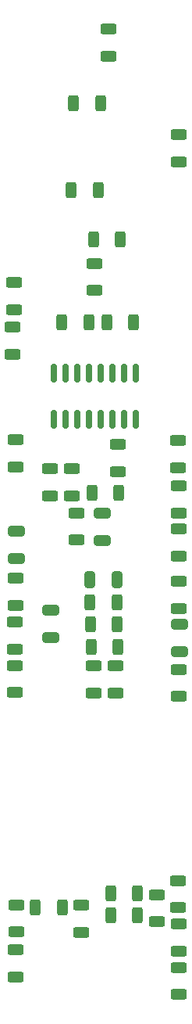
<source format=gbr>
%TF.GenerationSoftware,KiCad,Pcbnew,7.0.2*%
%TF.CreationDate,2023-06-12T17:36:46-04:00*%
%TF.ProjectId,as3340_no_mux,61733333-3430-45f6-9e6f-5f6d75782e6b,rev?*%
%TF.SameCoordinates,Original*%
%TF.FileFunction,Paste,Bot*%
%TF.FilePolarity,Positive*%
%FSLAX46Y46*%
G04 Gerber Fmt 4.6, Leading zero omitted, Abs format (unit mm)*
G04 Created by KiCad (PCBNEW 7.0.2) date 2023-06-12 17:36:46*
%MOMM*%
%LPD*%
G01*
G04 APERTURE LIST*
G04 Aperture macros list*
%AMRoundRect*
0 Rectangle with rounded corners*
0 $1 Rounding radius*
0 $2 $3 $4 $5 $6 $7 $8 $9 X,Y pos of 4 corners*
0 Add a 4 corners polygon primitive as box body*
4,1,4,$2,$3,$4,$5,$6,$7,$8,$9,$2,$3,0*
0 Add four circle primitives for the rounded corners*
1,1,$1+$1,$2,$3*
1,1,$1+$1,$4,$5*
1,1,$1+$1,$6,$7*
1,1,$1+$1,$8,$9*
0 Add four rect primitives between the rounded corners*
20,1,$1+$1,$2,$3,$4,$5,0*
20,1,$1+$1,$4,$5,$6,$7,0*
20,1,$1+$1,$6,$7,$8,$9,0*
20,1,$1+$1,$8,$9,$2,$3,0*%
G04 Aperture macros list end*
%ADD10RoundRect,0.250000X-0.312500X-0.625000X0.312500X-0.625000X0.312500X0.625000X-0.312500X0.625000X0*%
%ADD11RoundRect,0.250000X0.325000X0.650000X-0.325000X0.650000X-0.325000X-0.650000X0.325000X-0.650000X0*%
%ADD12RoundRect,0.250000X0.625000X-0.312500X0.625000X0.312500X-0.625000X0.312500X-0.625000X-0.312500X0*%
%ADD13RoundRect,0.250000X-0.625000X0.312500X-0.625000X-0.312500X0.625000X-0.312500X0.625000X0.312500X0*%
%ADD14RoundRect,0.250000X0.312500X0.625000X-0.312500X0.625000X-0.312500X-0.625000X0.312500X-0.625000X0*%
%ADD15RoundRect,0.150000X-0.150000X0.825000X-0.150000X-0.825000X0.150000X-0.825000X0.150000X0.825000X0*%
%ADD16RoundRect,0.250000X0.650000X-0.325000X0.650000X0.325000X-0.650000X0.325000X-0.650000X-0.325000X0*%
%ADD17RoundRect,0.250000X-0.650000X0.325000X-0.650000X-0.325000X0.650000X-0.325000X0.650000X0.325000X0*%
G04 APERTURE END LIST*
D10*
%TO.C,R46*%
X189545500Y-134493000D03*
X192470500Y-134493000D03*
%TD*%
D11*
%TO.C,C1*%
X190247800Y-98145600D03*
X187297800Y-98145600D03*
%TD*%
D12*
%TO.C,R60*%
X179120800Y-105653300D03*
X179120800Y-102728300D03*
%TD*%
%TO.C,R69*%
X196900800Y-101284500D03*
X196900800Y-98359500D03*
%TD*%
D10*
%TO.C,R6*%
X187665900Y-61366400D03*
X190590900Y-61366400D03*
%TD*%
D13*
%TO.C,R55*%
X179222400Y-83017900D03*
X179222400Y-85942900D03*
%TD*%
D10*
%TO.C,R34*%
X189139100Y-70307200D03*
X192064100Y-70307200D03*
%TD*%
D13*
%TO.C,R4*%
X196900800Y-140117100D03*
X196900800Y-143042100D03*
%TD*%
D12*
%TO.C,R58*%
X179120800Y-110377700D03*
X179120800Y-107452700D03*
%TD*%
D14*
%TO.C,R11*%
X190286100Y-103022400D03*
X187361100Y-103022400D03*
%TD*%
D13*
%TO.C,R25*%
X185826400Y-90942700D03*
X185826400Y-93867700D03*
%TD*%
%TO.C,R48*%
X179222400Y-98003900D03*
X179222400Y-100928900D03*
%TD*%
%TO.C,R37*%
X196951600Y-87996300D03*
X196951600Y-90921300D03*
%TD*%
D10*
%TO.C,R16*%
X185278300Y-55981600D03*
X188203300Y-55981600D03*
%TD*%
D13*
%TO.C,R10*%
X196850000Y-83119500D03*
X196850000Y-86044500D03*
%TD*%
%TO.C,R20*%
X185369200Y-86167500D03*
X185369200Y-89092500D03*
%TD*%
D12*
%TO.C,R67*%
X196850000Y-133644100D03*
X196850000Y-130719100D03*
%TD*%
D15*
%TO.C,U1*%
X183388000Y-75822000D03*
X184658000Y-75822000D03*
X185928000Y-75822000D03*
X187198000Y-75822000D03*
X188468000Y-75822000D03*
X189738000Y-75822000D03*
X191008000Y-75822000D03*
X192278000Y-75822000D03*
X192278000Y-80772000D03*
X191008000Y-80772000D03*
X189738000Y-80772000D03*
X188468000Y-80772000D03*
X187198000Y-80772000D03*
X185928000Y-80772000D03*
X184658000Y-80772000D03*
X183388000Y-80772000D03*
%TD*%
D13*
%TO.C,R9*%
X186385200Y-133411500D03*
X186385200Y-136336500D03*
%TD*%
D12*
%TO.C,R26*%
X196951600Y-138368500D03*
X196951600Y-135443500D03*
%TD*%
D10*
%TO.C,R64*%
X187411900Y-105460800D03*
X190336900Y-105460800D03*
%TD*%
D13*
%TO.C,R19*%
X179222400Y-138237500D03*
X179222400Y-141162500D03*
%TD*%
%TO.C,R3*%
X190296800Y-83525900D03*
X190296800Y-86450900D03*
%TD*%
%TO.C,R54*%
X179070000Y-66010600D03*
X179070000Y-68935600D03*
%TD*%
D14*
%TO.C,R7*%
X190438500Y-88747600D03*
X187513500Y-88747600D03*
%TD*%
D13*
%TO.C,R2*%
X189280800Y-38567900D03*
X189280800Y-41492900D03*
%TD*%
D10*
%TO.C,R8*%
X185532300Y-46634400D03*
X188457300Y-46634400D03*
%TD*%
D13*
%TO.C,R24*%
X182930800Y-86167500D03*
X182930800Y-89092500D03*
%TD*%
D16*
%TO.C,C2*%
X179324000Y-95861400D03*
X179324000Y-92911400D03*
%TD*%
D12*
%TO.C,R17*%
X194564000Y-135193500D03*
X194564000Y-132268500D03*
%TD*%
D10*
%TO.C,R12*%
X187310300Y-100584000D03*
X190235300Y-100584000D03*
%TD*%
D17*
%TO.C,C7*%
X183083200Y-101496600D03*
X183083200Y-104446600D03*
%TD*%
D13*
%TO.C,R51*%
X178917600Y-70825900D03*
X178917600Y-73750900D03*
%TD*%
D14*
%TO.C,R36*%
X187187300Y-70307200D03*
X184262300Y-70307200D03*
%TD*%
D10*
%TO.C,R40*%
X189545500Y-132080000D03*
X192470500Y-132080000D03*
%TD*%
D12*
%TO.C,R5*%
X196900800Y-52922900D03*
X196900800Y-49997900D03*
%TD*%
D14*
%TO.C,R39*%
X184291700Y-133654800D03*
X181366700Y-133654800D03*
%TD*%
D13*
%TO.C,R68*%
X190093600Y-107503500D03*
X190093600Y-110428500D03*
%TD*%
%TO.C,R38*%
X179324000Y-133360700D03*
X179324000Y-136285700D03*
%TD*%
D17*
%TO.C,C9*%
X188620400Y-90981000D03*
X188620400Y-93931000D03*
%TD*%
D13*
%TO.C,R62*%
X187706000Y-107503500D03*
X187706000Y-110428500D03*
%TD*%
D17*
%TO.C,C3*%
X197002400Y-103020600D03*
X197002400Y-105970600D03*
%TD*%
D12*
%TO.C,R66*%
X196900800Y-110784100D03*
X196900800Y-107859100D03*
%TD*%
%TO.C,R1*%
X196900800Y-95594900D03*
X196900800Y-92669900D03*
%TD*%
D13*
%TO.C,R50*%
X187756800Y-63917100D03*
X187756800Y-66842100D03*
%TD*%
M02*

</source>
